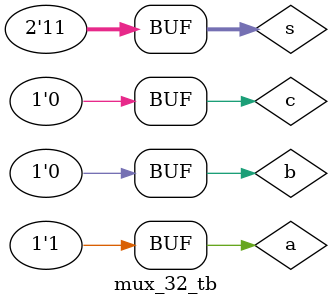
<source format=v>
module mux_32_tb();
    
     reg a,b,c;
     reg[1:0]s;
     wire out;
    mux_31 uut(a,b,c,s,out);
    
       initial begin
          $monitor(" a = %b | b = %b | c = %b |  out = %b ",a,b,c,out);
       end
       
       initial begin
          a = 1;  b = 1;  c = 1;
         #10 s = 2'b00;
         #10 s = 2'b01;
         #10 s = 2'b10;
         #10 s = 2'b11; 
         
         #10 a = 0;  b = 1;  c = 0;
         #0  s = 2'b00;
         #10 s = 2'b01;
         #10 s = 2'b10;
         #10 s = 2'b11; 
         
         
         #10 a = 1;  b = 0;  c = 0;
         #0  s = 2'b00;
         #10 s = 2'b01;
         #10 s = 2'b10;
         #10 s = 2'b11; 
    
    end
endmodule

</source>
